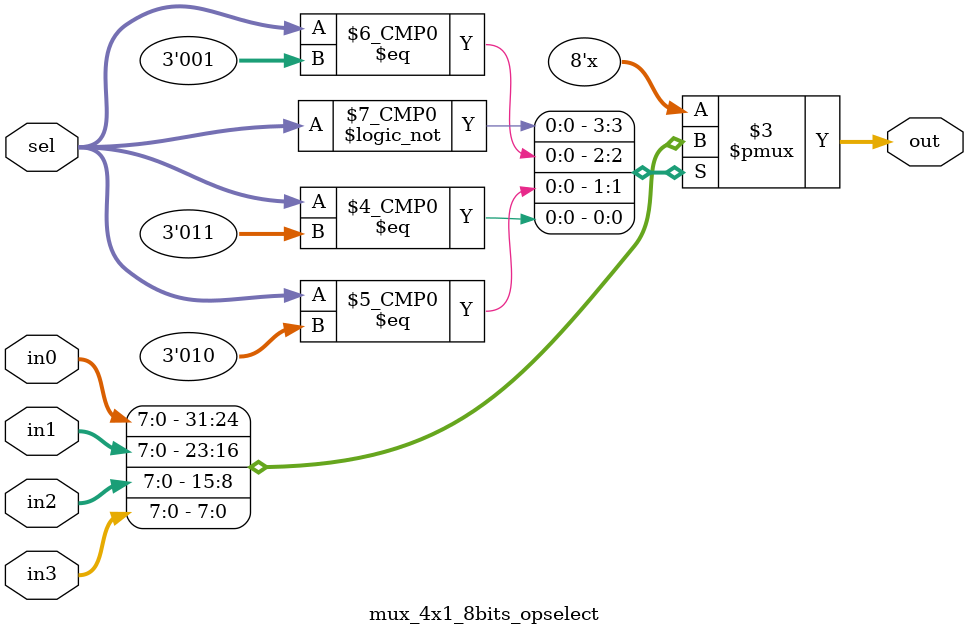
<source format=v>
/*
CO 224 (computer architecture) Lab 06 Task 02
Design: 8bit 4:1 mux module
Author: Kalpage S.W.
Reg no: E/16/168
Date  : 11/06/2020
*/

//special not: In this mux I have not entered a time delay 

`timescale  1ns/100ps

module mux_4x1_8bits_opselect(in0,in1,in2,in3,sel,out);

    //ports declaration
    input [2:0] sel ;
    input [7:0] in0, in1, in2, in3 ;
    output [7:0] out ;

    reg out;

    always @ (in0, in1, in2, in3,sel)
    begin
        case(sel)
            3'b000 :
            begin
                out = in0;
            end
         
            3'b001: 
            begin
                out = in1;
            end

            3'b010: 
            begin
                out = in2;
            end

            3'b011: 
            begin
                out = in3;
            end
            
        endcase


    end

endmodule

</source>
